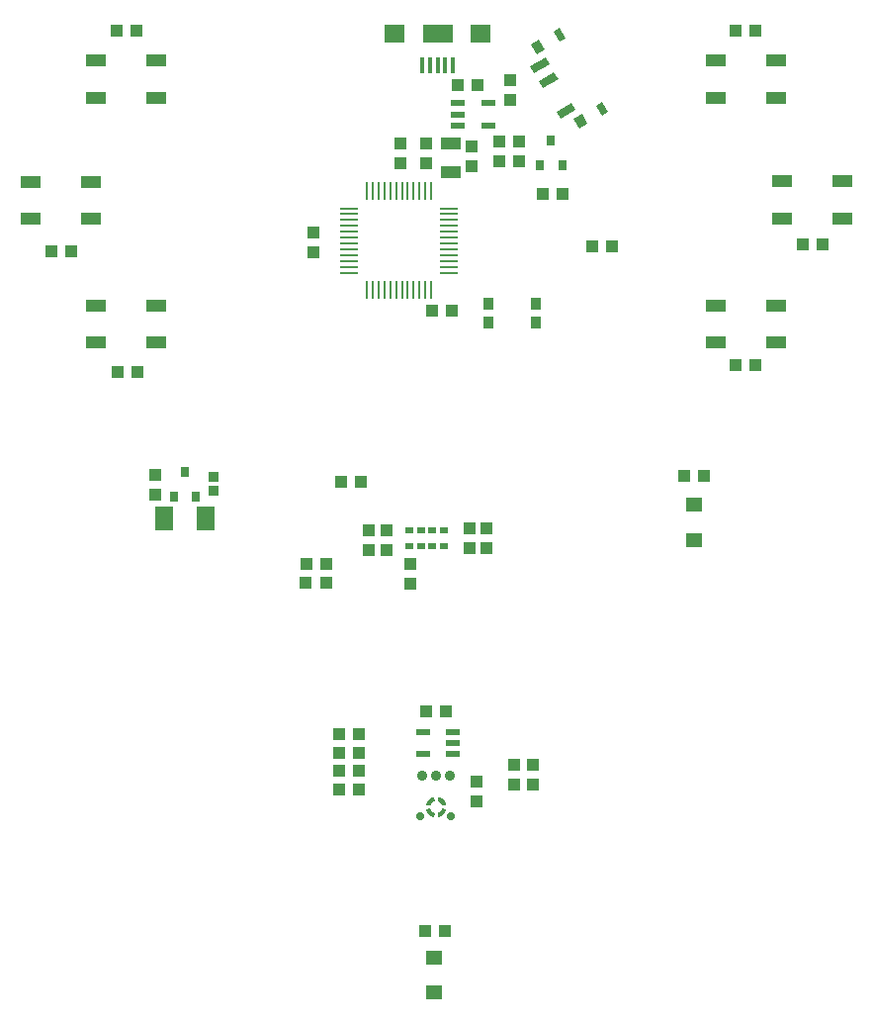
<source format=gbr>
G04 EAGLE Gerber RS-274X export*
G75*
%MOMM*%
%FSLAX34Y34*%
%LPD*%
%INSolderpaste Top*%
%IPPOS*%
%AMOC8*
5,1,8,0,0,1.08239X$1,22.5*%
G01*
%ADD10R,1.100000X1.000000*%
%ADD11R,1.000000X1.100000*%
%ADD12R,0.400000X1.400000*%
%ADD13R,1.800000X1.500000*%
%ADD14R,1.500000X0.700000*%
%ADD15R,2.500000X1.500000*%
%ADD16R,0.900000X1.000000*%
%ADD17R,0.280000X1.500000*%
%ADD18R,1.500000X0.280000*%
%ADD19R,1.200000X0.550000*%
%ADD20R,0.720000X0.600000*%
%ADD21R,1.800000X1.000000*%
%ADD22R,1.651000X1.000000*%
%ADD23R,0.900000X0.850000*%
%ADD24C,0.030000*%
%ADD25C,0.700000*%
%ADD26C,0.900000*%
%ADD27R,1.400000X1.200000*%
%ADD28R,0.700000X1.500000*%
%ADD29R,1.000000X0.600000*%
%ADD30R,1.000000X0.800000*%
%ADD31R,0.800000X0.900000*%
%ADD32R,1.500000X2.100000*%


D10*
X502675Y735013D03*
X519675Y735013D03*
D11*
X534883Y532178D03*
X534883Y549178D03*
D10*
X597925Y835025D03*
X614925Y835025D03*
D11*
X476250Y861450D03*
X476250Y878450D03*
X401638Y802547D03*
X401638Y785547D03*
X536512Y875593D03*
X536512Y858593D03*
X498094Y861768D03*
X498094Y878768D03*
D10*
X524900Y928688D03*
X541900Y928688D03*
D12*
X507802Y945490D03*
X514302Y945490D03*
X520802Y945490D03*
X501302Y945490D03*
X494802Y945490D03*
D13*
X544642Y972490D03*
D14*
X507802Y972490D03*
D13*
X470962Y972490D03*
X544602Y972490D03*
X471002Y972490D03*
D15*
X507802Y972490D03*
D10*
X640407Y790385D03*
X657407Y790385D03*
D11*
X549629Y548834D03*
X549629Y531834D03*
D16*
X591873Y741044D03*
X591873Y725044D03*
X550873Y725044D03*
X550873Y741044D03*
D17*
X502163Y837838D03*
X497163Y837838D03*
X492163Y837838D03*
X487163Y837838D03*
X482163Y837838D03*
X477163Y837838D03*
X472163Y837838D03*
X467163Y837838D03*
X462163Y837838D03*
X457163Y837838D03*
X452163Y837838D03*
X447163Y837838D03*
D18*
X432163Y822838D03*
X432163Y817838D03*
X432163Y812838D03*
X432163Y807838D03*
X432163Y802838D03*
X432163Y797838D03*
X432163Y792838D03*
X432163Y787838D03*
X432163Y782838D03*
X432163Y777838D03*
X432163Y772838D03*
X432163Y767838D03*
D17*
X447163Y752838D03*
X452163Y752838D03*
X457163Y752838D03*
X462163Y752838D03*
X467163Y752838D03*
X472163Y752838D03*
X477163Y752838D03*
X482163Y752838D03*
X487163Y752838D03*
X492163Y752838D03*
X497163Y752838D03*
X502163Y752838D03*
D18*
X517163Y767838D03*
X517163Y772838D03*
X517163Y777838D03*
X517163Y782838D03*
X517163Y787838D03*
X517163Y792838D03*
X517163Y797838D03*
X517163Y802838D03*
X517163Y807838D03*
X517163Y812838D03*
X517163Y817838D03*
X517163Y822838D03*
D19*
X525162Y912788D03*
X525162Y903288D03*
X525162Y893788D03*
X551164Y893788D03*
X551164Y912788D03*
D20*
X483821Y547678D03*
X493521Y547678D03*
X503221Y547678D03*
X512921Y547678D03*
X512921Y533678D03*
X503221Y533678D03*
X493521Y533678D03*
X483821Y533678D03*
D21*
X519176Y878640D03*
X519176Y853640D03*
D22*
X215533Y949280D03*
X267073Y949280D03*
X267073Y917280D03*
X215533Y917280D03*
X159053Y845643D03*
X210593Y845643D03*
X210593Y813643D03*
X159053Y813643D03*
X215530Y739900D03*
X267070Y739900D03*
X267070Y707900D03*
X215530Y707900D03*
D23*
X315827Y592861D03*
X315827Y581261D03*
D19*
X521001Y355625D03*
X521001Y365125D03*
X521001Y374625D03*
X494999Y374625D03*
X494999Y355625D03*
D10*
X440300Y341313D03*
X423300Y341313D03*
X423300Y357188D03*
X440300Y357188D03*
D11*
X573088Y329638D03*
X573088Y346638D03*
D10*
X423300Y325438D03*
X440300Y325438D03*
X497913Y392113D03*
X514913Y392113D03*
D11*
X541338Y315350D03*
X541338Y332350D03*
D24*
X503712Y318880D02*
X504492Y316295D01*
X504348Y316246D01*
X504206Y316193D01*
X504065Y316136D01*
X503926Y316076D01*
X503788Y316012D01*
X503652Y315945D01*
X503517Y315875D01*
X503385Y315801D01*
X503254Y315723D01*
X503126Y315642D01*
X502999Y315558D01*
X502875Y315471D01*
X502753Y315381D01*
X502633Y315287D01*
X502516Y315191D01*
X502401Y315092D01*
X502289Y314989D01*
X502180Y314884D01*
X502073Y314776D01*
X501969Y314666D01*
X501868Y314552D01*
X501769Y314437D01*
X501674Y314318D01*
X501582Y314198D01*
X501493Y314075D01*
X501407Y313950D01*
X501324Y313822D01*
X501245Y313693D01*
X501169Y313562D01*
X501096Y313428D01*
X501027Y313293D01*
X500961Y313156D01*
X500898Y313018D01*
X500840Y312878D01*
X500784Y312737D01*
X500733Y312594D01*
X500685Y312450D01*
X498092Y313203D01*
X498156Y313401D01*
X498224Y313597D01*
X498297Y313791D01*
X498375Y313984D01*
X498457Y314174D01*
X498544Y314363D01*
X498636Y314549D01*
X498732Y314733D01*
X498832Y314915D01*
X498937Y315094D01*
X499046Y315271D01*
X499159Y315445D01*
X499276Y315616D01*
X499397Y315785D01*
X499523Y315950D01*
X499652Y316113D01*
X499785Y316272D01*
X499922Y316428D01*
X500063Y316581D01*
X500207Y316730D01*
X500355Y316876D01*
X500506Y317018D01*
X500661Y317156D01*
X500819Y317291D01*
X500980Y317422D01*
X501144Y317549D01*
X501311Y317672D01*
X501481Y317791D01*
X501654Y317906D01*
X501830Y318017D01*
X502008Y318123D01*
X502189Y318225D01*
X502372Y318323D01*
X502557Y318416D01*
X502745Y318505D01*
X502935Y318590D01*
X503126Y318669D01*
X503320Y318745D01*
X503515Y318815D01*
X503712Y318881D01*
X503794Y318609D01*
X503604Y318545D01*
X503415Y318477D01*
X503228Y318404D01*
X503043Y318327D01*
X502860Y318246D01*
X502679Y318160D01*
X502500Y318070D01*
X502323Y317975D01*
X502148Y317876D01*
X501976Y317773D01*
X501807Y317666D01*
X501640Y317555D01*
X501475Y317440D01*
X501314Y317322D01*
X501155Y317199D01*
X501000Y317072D01*
X500847Y316942D01*
X500698Y316808D01*
X500552Y316671D01*
X500409Y316530D01*
X500269Y316386D01*
X500134Y316238D01*
X500001Y316088D01*
X499873Y315934D01*
X499748Y315777D01*
X499627Y315617D01*
X499509Y315455D01*
X499396Y315289D01*
X499287Y315121D01*
X499182Y314950D01*
X499080Y314777D01*
X498983Y314602D01*
X498891Y314424D01*
X498802Y314244D01*
X498718Y314062D01*
X498639Y313878D01*
X498563Y313692D01*
X498493Y313504D01*
X498426Y313315D01*
X498365Y313124D01*
X498637Y313045D01*
X498697Y313229D01*
X498761Y313411D01*
X498829Y313592D01*
X498902Y313772D01*
X498979Y313949D01*
X499060Y314125D01*
X499146Y314298D01*
X499235Y314470D01*
X499329Y314639D01*
X499426Y314806D01*
X499528Y314971D01*
X499633Y315133D01*
X499743Y315293D01*
X499856Y315450D01*
X499973Y315604D01*
X500093Y315755D01*
X500217Y315904D01*
X500345Y316049D01*
X500476Y316191D01*
X500611Y316330D01*
X500748Y316466D01*
X500889Y316599D01*
X501033Y316728D01*
X501181Y316853D01*
X501331Y316976D01*
X501484Y317094D01*
X501639Y317209D01*
X501798Y317320D01*
X501959Y317427D01*
X502123Y317530D01*
X502289Y317629D01*
X502457Y317725D01*
X502628Y317816D01*
X502800Y317903D01*
X502975Y317986D01*
X503152Y318065D01*
X503330Y318139D01*
X503511Y318210D01*
X503693Y318275D01*
X503876Y318337D01*
X503958Y318065D01*
X503777Y318004D01*
X503597Y317939D01*
X503419Y317869D01*
X503243Y317795D01*
X503069Y317716D01*
X502896Y317634D01*
X502726Y317547D01*
X502558Y317456D01*
X502392Y317361D01*
X502228Y317262D01*
X502067Y317158D01*
X501909Y317051D01*
X501753Y316940D01*
X501600Y316826D01*
X501450Y316707D01*
X501303Y316585D01*
X501159Y316460D01*
X501018Y316331D01*
X500880Y316198D01*
X500746Y316062D01*
X500615Y315923D01*
X500487Y315781D01*
X500363Y315635D01*
X500242Y315487D01*
X500125Y315336D01*
X500012Y315182D01*
X499903Y315025D01*
X499797Y314865D01*
X499696Y314703D01*
X499598Y314539D01*
X499505Y314372D01*
X499416Y314203D01*
X499331Y314032D01*
X499250Y313859D01*
X499173Y313683D01*
X499101Y313506D01*
X499033Y313328D01*
X498969Y313147D01*
X498910Y312966D01*
X499183Y312886D01*
X499240Y313061D01*
X499301Y313235D01*
X499367Y313406D01*
X499436Y313577D01*
X499510Y313745D01*
X499588Y313912D01*
X499670Y314076D01*
X499756Y314239D01*
X499846Y314399D01*
X499940Y314558D01*
X500038Y314714D01*
X500139Y314867D01*
X500244Y315018D01*
X500353Y315166D01*
X500466Y315312D01*
X500582Y315454D01*
X500701Y315594D01*
X500824Y315731D01*
X500950Y315865D01*
X501079Y315996D01*
X501212Y316123D01*
X501348Y316247D01*
X501486Y316368D01*
X501628Y316486D01*
X501772Y316600D01*
X501919Y316710D01*
X502069Y316817D01*
X502222Y316920D01*
X502376Y317019D01*
X502534Y317115D01*
X502693Y317206D01*
X502855Y317294D01*
X503019Y317377D01*
X503185Y317457D01*
X503352Y317533D01*
X503522Y317604D01*
X503693Y317671D01*
X503866Y317734D01*
X504040Y317793D01*
X504122Y317521D01*
X503955Y317465D01*
X503789Y317404D01*
X503624Y317339D01*
X503462Y317270D01*
X503300Y317198D01*
X503141Y317121D01*
X502984Y317041D01*
X502829Y316957D01*
X502675Y316868D01*
X502524Y316777D01*
X502376Y316681D01*
X502229Y316582D01*
X502085Y316480D01*
X501944Y316374D01*
X501805Y316264D01*
X501669Y316151D01*
X501536Y316035D01*
X501406Y315916D01*
X501279Y315793D01*
X501154Y315668D01*
X501033Y315539D01*
X500915Y315408D01*
X500800Y315273D01*
X500689Y315136D01*
X500581Y314996D01*
X500476Y314854D01*
X500375Y314709D01*
X500278Y314562D01*
X500184Y314412D01*
X500094Y314260D01*
X500007Y314106D01*
X499924Y313950D01*
X499846Y313792D01*
X499771Y313632D01*
X499700Y313470D01*
X499632Y313307D01*
X499569Y313142D01*
X499510Y312975D01*
X499456Y312807D01*
X499728Y312728D01*
X499781Y312889D01*
X499838Y313048D01*
X499898Y313207D01*
X499963Y313363D01*
X500031Y313519D01*
X500103Y313672D01*
X500179Y313824D01*
X500258Y313973D01*
X500341Y314121D01*
X500428Y314267D01*
X500518Y314410D01*
X500611Y314551D01*
X500708Y314690D01*
X500809Y314827D01*
X500912Y314961D01*
X501019Y315092D01*
X501129Y315221D01*
X501243Y315347D01*
X501359Y315471D01*
X501478Y315591D01*
X501600Y315708D01*
X501725Y315823D01*
X501853Y315934D01*
X501983Y316043D01*
X502116Y316148D01*
X502252Y316249D01*
X502390Y316348D01*
X502530Y316443D01*
X502672Y316534D01*
X502817Y316622D01*
X502964Y316707D01*
X503113Y316788D01*
X503264Y316865D01*
X503416Y316939D01*
X503571Y317008D01*
X503727Y317074D01*
X503885Y317136D01*
X504044Y317195D01*
X504204Y317249D01*
X504286Y316977D01*
X504133Y316925D01*
X503980Y316869D01*
X503830Y316809D01*
X503680Y316746D01*
X503532Y316679D01*
X503386Y316609D01*
X503242Y316535D01*
X503099Y316457D01*
X502959Y316376D01*
X502820Y316292D01*
X502684Y316204D01*
X502550Y316113D01*
X502418Y316019D01*
X502288Y315922D01*
X502161Y315821D01*
X502036Y315717D01*
X501914Y315611D01*
X501794Y315501D01*
X501677Y315389D01*
X501563Y315273D01*
X501452Y315155D01*
X501343Y315035D01*
X501238Y314911D01*
X501136Y314786D01*
X501036Y314657D01*
X500940Y314527D01*
X500847Y314394D01*
X500758Y314258D01*
X500672Y314121D01*
X500589Y313982D01*
X500509Y313840D01*
X500433Y313697D01*
X500360Y313552D01*
X500291Y313405D01*
X500226Y313257D01*
X500164Y313107D01*
X500106Y312955D01*
X500052Y312803D01*
X500001Y312648D01*
X500274Y312569D01*
X500324Y312720D01*
X500377Y312870D01*
X500435Y313018D01*
X500496Y313165D01*
X500560Y313310D01*
X500629Y313454D01*
X500700Y313596D01*
X500776Y313736D01*
X500855Y313874D01*
X500937Y314010D01*
X501022Y314144D01*
X501111Y314276D01*
X501203Y314406D01*
X501299Y314533D01*
X501397Y314658D01*
X501499Y314780D01*
X501604Y314900D01*
X501711Y315017D01*
X501822Y315132D01*
X501935Y315243D01*
X502051Y315352D01*
X502170Y315458D01*
X502291Y315561D01*
X502415Y315660D01*
X502541Y315757D01*
X502670Y315851D01*
X502801Y315941D01*
X502934Y316028D01*
X503069Y316111D01*
X503207Y316192D01*
X503346Y316268D01*
X503487Y316342D01*
X503630Y316411D01*
X503775Y316477D01*
X503921Y316540D01*
X504069Y316599D01*
X504218Y316654D01*
X504368Y316705D01*
X504450Y316433D01*
X504307Y316384D01*
X504165Y316331D01*
X504024Y316275D01*
X503885Y316216D01*
X503747Y316152D01*
X503611Y316086D01*
X503476Y316016D01*
X503343Y315943D01*
X503212Y315866D01*
X503084Y315786D01*
X502957Y315703D01*
X502832Y315617D01*
X502709Y315528D01*
X502589Y315436D01*
X502471Y315341D01*
X502355Y315243D01*
X502242Y315142D01*
X502131Y315038D01*
X502023Y314932D01*
X501918Y314823D01*
X501816Y314711D01*
X501716Y314597D01*
X501619Y314480D01*
X501525Y314361D01*
X501434Y314240D01*
X501346Y314117D01*
X501261Y313991D01*
X501180Y313863D01*
X501101Y313733D01*
X501026Y313602D01*
X500954Y313468D01*
X500886Y313333D01*
X500820Y313196D01*
X500759Y313058D01*
X500700Y312918D01*
X500646Y312776D01*
X500594Y312634D01*
X500547Y312490D01*
X514142Y313215D02*
X511557Y312435D01*
X511508Y312579D01*
X511455Y312721D01*
X511398Y312862D01*
X511338Y313001D01*
X511274Y313139D01*
X511207Y313275D01*
X511137Y313410D01*
X511063Y313542D01*
X510985Y313673D01*
X510904Y313801D01*
X510820Y313928D01*
X510733Y314052D01*
X510643Y314174D01*
X510549Y314294D01*
X510453Y314411D01*
X510354Y314526D01*
X510251Y314638D01*
X510146Y314747D01*
X510038Y314854D01*
X509928Y314958D01*
X509814Y315059D01*
X509699Y315158D01*
X509580Y315253D01*
X509460Y315345D01*
X509337Y315434D01*
X509212Y315520D01*
X509084Y315603D01*
X508955Y315682D01*
X508824Y315758D01*
X508690Y315831D01*
X508555Y315900D01*
X508418Y315966D01*
X508280Y316029D01*
X508140Y316087D01*
X507999Y316143D01*
X507856Y316194D01*
X507712Y316242D01*
X508465Y318835D01*
X508663Y318771D01*
X508859Y318703D01*
X509053Y318630D01*
X509246Y318552D01*
X509436Y318470D01*
X509625Y318383D01*
X509811Y318291D01*
X509995Y318195D01*
X510177Y318095D01*
X510356Y317990D01*
X510533Y317881D01*
X510707Y317768D01*
X510878Y317651D01*
X511047Y317530D01*
X511212Y317404D01*
X511375Y317275D01*
X511534Y317142D01*
X511690Y317005D01*
X511843Y316864D01*
X511992Y316720D01*
X512138Y316572D01*
X512280Y316421D01*
X512418Y316266D01*
X512553Y316108D01*
X512684Y315947D01*
X512811Y315783D01*
X512934Y315616D01*
X513053Y315446D01*
X513168Y315273D01*
X513279Y315097D01*
X513385Y314919D01*
X513487Y314738D01*
X513585Y314555D01*
X513678Y314370D01*
X513767Y314182D01*
X513852Y313992D01*
X513931Y313801D01*
X514007Y313607D01*
X514077Y313412D01*
X514143Y313215D01*
X513871Y313133D01*
X513807Y313323D01*
X513739Y313512D01*
X513666Y313699D01*
X513589Y313884D01*
X513508Y314067D01*
X513422Y314248D01*
X513332Y314427D01*
X513237Y314604D01*
X513138Y314779D01*
X513035Y314951D01*
X512928Y315120D01*
X512817Y315287D01*
X512702Y315452D01*
X512584Y315613D01*
X512461Y315772D01*
X512334Y315927D01*
X512204Y316080D01*
X512070Y316229D01*
X511933Y316375D01*
X511792Y316518D01*
X511648Y316658D01*
X511500Y316793D01*
X511350Y316926D01*
X511196Y317054D01*
X511039Y317179D01*
X510879Y317300D01*
X510717Y317418D01*
X510551Y317531D01*
X510383Y317640D01*
X510212Y317745D01*
X510039Y317847D01*
X509864Y317944D01*
X509686Y318036D01*
X509506Y318125D01*
X509324Y318209D01*
X509140Y318288D01*
X508954Y318364D01*
X508766Y318434D01*
X508577Y318501D01*
X508386Y318562D01*
X508307Y318290D01*
X508491Y318230D01*
X508673Y318166D01*
X508854Y318098D01*
X509034Y318025D01*
X509211Y317948D01*
X509387Y317867D01*
X509560Y317781D01*
X509732Y317692D01*
X509901Y317598D01*
X510068Y317501D01*
X510233Y317399D01*
X510395Y317294D01*
X510555Y317184D01*
X510712Y317071D01*
X510866Y316954D01*
X511017Y316834D01*
X511166Y316710D01*
X511311Y316582D01*
X511453Y316451D01*
X511592Y316316D01*
X511728Y316179D01*
X511861Y316038D01*
X511990Y315894D01*
X512115Y315746D01*
X512238Y315596D01*
X512356Y315443D01*
X512471Y315288D01*
X512582Y315129D01*
X512689Y314968D01*
X512792Y314804D01*
X512891Y314638D01*
X512987Y314470D01*
X513078Y314299D01*
X513165Y314127D01*
X513248Y313952D01*
X513327Y313775D01*
X513401Y313597D01*
X513472Y313416D01*
X513537Y313234D01*
X513599Y313051D01*
X513327Y312969D01*
X513266Y313150D01*
X513201Y313330D01*
X513131Y313508D01*
X513057Y313684D01*
X512978Y313858D01*
X512896Y314031D01*
X512809Y314201D01*
X512718Y314369D01*
X512623Y314535D01*
X512524Y314699D01*
X512420Y314860D01*
X512313Y315018D01*
X512202Y315174D01*
X512088Y315327D01*
X511969Y315477D01*
X511847Y315624D01*
X511722Y315768D01*
X511593Y315909D01*
X511460Y316047D01*
X511324Y316181D01*
X511185Y316312D01*
X511043Y316440D01*
X510897Y316564D01*
X510749Y316685D01*
X510598Y316802D01*
X510444Y316915D01*
X510287Y317024D01*
X510127Y317130D01*
X509965Y317231D01*
X509801Y317329D01*
X509634Y317422D01*
X509465Y317511D01*
X509294Y317596D01*
X509121Y317677D01*
X508945Y317754D01*
X508768Y317826D01*
X508590Y317894D01*
X508409Y317958D01*
X508228Y318017D01*
X508148Y317744D01*
X508323Y317687D01*
X508497Y317626D01*
X508668Y317560D01*
X508839Y317491D01*
X509007Y317417D01*
X509174Y317339D01*
X509338Y317257D01*
X509501Y317171D01*
X509661Y317081D01*
X509820Y316987D01*
X509976Y316889D01*
X510129Y316788D01*
X510280Y316683D01*
X510428Y316574D01*
X510574Y316461D01*
X510716Y316345D01*
X510856Y316226D01*
X510993Y316103D01*
X511127Y315977D01*
X511258Y315848D01*
X511385Y315715D01*
X511509Y315579D01*
X511630Y315441D01*
X511748Y315299D01*
X511862Y315155D01*
X511972Y315008D01*
X512079Y314858D01*
X512182Y314705D01*
X512281Y314551D01*
X512377Y314393D01*
X512468Y314234D01*
X512556Y314072D01*
X512639Y313908D01*
X512719Y313742D01*
X512795Y313575D01*
X512866Y313405D01*
X512933Y313234D01*
X512996Y313061D01*
X513055Y312887D01*
X512783Y312805D01*
X512727Y312972D01*
X512666Y313138D01*
X512601Y313303D01*
X512532Y313465D01*
X512460Y313627D01*
X512383Y313786D01*
X512303Y313943D01*
X512219Y314098D01*
X512130Y314252D01*
X512039Y314403D01*
X511943Y314551D01*
X511844Y314698D01*
X511742Y314842D01*
X511636Y314983D01*
X511526Y315122D01*
X511413Y315258D01*
X511297Y315391D01*
X511178Y315521D01*
X511055Y315648D01*
X510930Y315773D01*
X510801Y315894D01*
X510670Y316012D01*
X510535Y316127D01*
X510398Y316238D01*
X510258Y316346D01*
X510116Y316451D01*
X509971Y316552D01*
X509824Y316649D01*
X509674Y316743D01*
X509522Y316833D01*
X509368Y316920D01*
X509212Y317003D01*
X509054Y317081D01*
X508894Y317156D01*
X508732Y317227D01*
X508569Y317295D01*
X508404Y317358D01*
X508237Y317417D01*
X508069Y317471D01*
X507990Y317199D01*
X508151Y317146D01*
X508310Y317089D01*
X508469Y317029D01*
X508625Y316964D01*
X508781Y316896D01*
X508934Y316824D01*
X509086Y316748D01*
X509235Y316669D01*
X509383Y316586D01*
X509529Y316499D01*
X509672Y316409D01*
X509813Y316316D01*
X509952Y316219D01*
X510089Y316118D01*
X510223Y316015D01*
X510354Y315908D01*
X510483Y315798D01*
X510609Y315684D01*
X510733Y315568D01*
X510853Y315449D01*
X510970Y315327D01*
X511085Y315202D01*
X511196Y315074D01*
X511305Y314944D01*
X511410Y314811D01*
X511511Y314675D01*
X511610Y314537D01*
X511705Y314397D01*
X511796Y314255D01*
X511884Y314110D01*
X511969Y313963D01*
X512050Y313814D01*
X512127Y313663D01*
X512201Y313511D01*
X512270Y313356D01*
X512336Y313200D01*
X512398Y313042D01*
X512457Y312883D01*
X512511Y312723D01*
X512239Y312641D01*
X512187Y312794D01*
X512131Y312947D01*
X512071Y313097D01*
X512008Y313247D01*
X511941Y313395D01*
X511871Y313541D01*
X511797Y313685D01*
X511719Y313828D01*
X511638Y313968D01*
X511554Y314107D01*
X511466Y314243D01*
X511375Y314377D01*
X511281Y314509D01*
X511184Y314639D01*
X511083Y314766D01*
X510979Y314891D01*
X510873Y315013D01*
X510763Y315133D01*
X510651Y315250D01*
X510535Y315364D01*
X510417Y315475D01*
X510297Y315584D01*
X510173Y315689D01*
X510048Y315791D01*
X509919Y315891D01*
X509789Y315987D01*
X509656Y316080D01*
X509520Y316169D01*
X509383Y316255D01*
X509244Y316338D01*
X509102Y316418D01*
X508959Y316494D01*
X508814Y316567D01*
X508667Y316636D01*
X508519Y316701D01*
X508369Y316763D01*
X508217Y316821D01*
X508065Y316875D01*
X507910Y316926D01*
X507831Y316653D01*
X507982Y316603D01*
X508132Y316550D01*
X508280Y316492D01*
X508427Y316431D01*
X508572Y316367D01*
X508716Y316298D01*
X508858Y316227D01*
X508998Y316151D01*
X509136Y316072D01*
X509272Y315990D01*
X509406Y315905D01*
X509538Y315816D01*
X509668Y315724D01*
X509795Y315628D01*
X509920Y315530D01*
X510042Y315428D01*
X510162Y315323D01*
X510279Y315216D01*
X510394Y315105D01*
X510505Y314992D01*
X510614Y314876D01*
X510720Y314757D01*
X510823Y314636D01*
X510922Y314512D01*
X511019Y314386D01*
X511113Y314257D01*
X511203Y314126D01*
X511290Y313993D01*
X511373Y313858D01*
X511454Y313720D01*
X511530Y313581D01*
X511604Y313440D01*
X511673Y313297D01*
X511739Y313152D01*
X511802Y313006D01*
X511861Y312858D01*
X511916Y312709D01*
X511967Y312559D01*
X511695Y312477D01*
X511646Y312620D01*
X511593Y312762D01*
X511537Y312903D01*
X511478Y313042D01*
X511414Y313180D01*
X511348Y313316D01*
X511278Y313451D01*
X511205Y313584D01*
X511128Y313715D01*
X511048Y313843D01*
X510965Y313970D01*
X510879Y314095D01*
X510790Y314218D01*
X510698Y314338D01*
X510603Y314456D01*
X510505Y314572D01*
X510404Y314685D01*
X510300Y314796D01*
X510194Y314904D01*
X510085Y315009D01*
X509973Y315111D01*
X509859Y315211D01*
X509742Y315308D01*
X509623Y315402D01*
X509502Y315493D01*
X509379Y315581D01*
X509253Y315666D01*
X509125Y315747D01*
X508995Y315826D01*
X508864Y315901D01*
X508730Y315973D01*
X508595Y316041D01*
X508458Y316107D01*
X508320Y316168D01*
X508180Y316227D01*
X508038Y316281D01*
X507896Y316333D01*
X507752Y316380D01*
X498048Y308450D02*
X500633Y309230D01*
X500682Y309086D01*
X500735Y308944D01*
X500792Y308803D01*
X500852Y308664D01*
X500916Y308526D01*
X500983Y308390D01*
X501053Y308255D01*
X501127Y308123D01*
X501205Y307992D01*
X501286Y307864D01*
X501370Y307737D01*
X501457Y307613D01*
X501547Y307491D01*
X501641Y307371D01*
X501737Y307254D01*
X501836Y307139D01*
X501939Y307027D01*
X502044Y306918D01*
X502152Y306811D01*
X502262Y306707D01*
X502376Y306606D01*
X502491Y306507D01*
X502610Y306412D01*
X502730Y306320D01*
X502853Y306231D01*
X502978Y306145D01*
X503106Y306062D01*
X503235Y305983D01*
X503366Y305907D01*
X503500Y305834D01*
X503635Y305765D01*
X503772Y305699D01*
X503910Y305636D01*
X504050Y305578D01*
X504191Y305522D01*
X504334Y305471D01*
X504478Y305423D01*
X503725Y302830D01*
X503527Y302894D01*
X503331Y302962D01*
X503137Y303035D01*
X502944Y303113D01*
X502754Y303195D01*
X502565Y303282D01*
X502379Y303374D01*
X502195Y303470D01*
X502013Y303570D01*
X501834Y303675D01*
X501657Y303784D01*
X501483Y303897D01*
X501312Y304014D01*
X501143Y304135D01*
X500978Y304261D01*
X500815Y304390D01*
X500656Y304523D01*
X500500Y304660D01*
X500347Y304801D01*
X500198Y304945D01*
X500052Y305093D01*
X499910Y305244D01*
X499772Y305399D01*
X499637Y305557D01*
X499506Y305718D01*
X499379Y305882D01*
X499256Y306049D01*
X499137Y306219D01*
X499022Y306392D01*
X498911Y306568D01*
X498805Y306746D01*
X498703Y306927D01*
X498605Y307110D01*
X498512Y307295D01*
X498423Y307483D01*
X498338Y307673D01*
X498259Y307864D01*
X498183Y308058D01*
X498113Y308253D01*
X498047Y308450D01*
X498319Y308532D01*
X498383Y308342D01*
X498451Y308153D01*
X498524Y307966D01*
X498601Y307781D01*
X498682Y307598D01*
X498768Y307417D01*
X498858Y307238D01*
X498953Y307061D01*
X499052Y306886D01*
X499155Y306714D01*
X499262Y306545D01*
X499373Y306378D01*
X499488Y306213D01*
X499606Y306052D01*
X499729Y305893D01*
X499856Y305738D01*
X499986Y305585D01*
X500120Y305436D01*
X500257Y305290D01*
X500398Y305147D01*
X500542Y305007D01*
X500690Y304872D01*
X500840Y304739D01*
X500994Y304611D01*
X501151Y304486D01*
X501311Y304365D01*
X501473Y304247D01*
X501639Y304134D01*
X501807Y304025D01*
X501978Y303920D01*
X502151Y303818D01*
X502326Y303721D01*
X502504Y303629D01*
X502684Y303540D01*
X502866Y303456D01*
X503050Y303377D01*
X503236Y303301D01*
X503424Y303231D01*
X503613Y303164D01*
X503804Y303103D01*
X503883Y303375D01*
X503699Y303435D01*
X503517Y303499D01*
X503336Y303567D01*
X503156Y303640D01*
X502979Y303717D01*
X502803Y303798D01*
X502630Y303884D01*
X502458Y303973D01*
X502289Y304067D01*
X502122Y304164D01*
X501957Y304266D01*
X501795Y304371D01*
X501635Y304481D01*
X501478Y304594D01*
X501324Y304711D01*
X501173Y304831D01*
X501024Y304955D01*
X500879Y305083D01*
X500737Y305214D01*
X500598Y305349D01*
X500462Y305486D01*
X500329Y305627D01*
X500200Y305771D01*
X500075Y305919D01*
X499952Y306069D01*
X499834Y306222D01*
X499719Y306377D01*
X499608Y306536D01*
X499501Y306697D01*
X499398Y306861D01*
X499299Y307027D01*
X499203Y307195D01*
X499112Y307366D01*
X499025Y307538D01*
X498942Y307713D01*
X498863Y307890D01*
X498789Y308068D01*
X498718Y308249D01*
X498653Y308431D01*
X498591Y308614D01*
X498863Y308696D01*
X498924Y308515D01*
X498989Y308335D01*
X499059Y308157D01*
X499133Y307981D01*
X499212Y307807D01*
X499294Y307634D01*
X499381Y307464D01*
X499472Y307296D01*
X499567Y307130D01*
X499666Y306966D01*
X499770Y306805D01*
X499877Y306647D01*
X499988Y306491D01*
X500102Y306338D01*
X500221Y306188D01*
X500343Y306041D01*
X500468Y305897D01*
X500597Y305756D01*
X500730Y305618D01*
X500866Y305484D01*
X501005Y305353D01*
X501147Y305225D01*
X501293Y305101D01*
X501441Y304980D01*
X501592Y304863D01*
X501746Y304750D01*
X501903Y304641D01*
X502063Y304535D01*
X502225Y304434D01*
X502389Y304336D01*
X502556Y304243D01*
X502725Y304154D01*
X502896Y304069D01*
X503069Y303988D01*
X503245Y303911D01*
X503422Y303839D01*
X503600Y303771D01*
X503781Y303707D01*
X503962Y303648D01*
X504042Y303921D01*
X503867Y303978D01*
X503693Y304039D01*
X503522Y304105D01*
X503351Y304174D01*
X503183Y304248D01*
X503016Y304326D01*
X502852Y304408D01*
X502689Y304494D01*
X502529Y304584D01*
X502370Y304678D01*
X502214Y304776D01*
X502061Y304877D01*
X501910Y304982D01*
X501762Y305091D01*
X501616Y305204D01*
X501474Y305320D01*
X501334Y305439D01*
X501197Y305562D01*
X501063Y305688D01*
X500932Y305817D01*
X500805Y305950D01*
X500681Y306086D01*
X500560Y306224D01*
X500442Y306366D01*
X500328Y306510D01*
X500218Y306657D01*
X500111Y306807D01*
X500008Y306960D01*
X499909Y307114D01*
X499813Y307272D01*
X499722Y307431D01*
X499634Y307593D01*
X499551Y307757D01*
X499471Y307923D01*
X499395Y308090D01*
X499324Y308260D01*
X499257Y308431D01*
X499194Y308604D01*
X499135Y308778D01*
X499407Y308860D01*
X499463Y308693D01*
X499524Y308527D01*
X499589Y308362D01*
X499658Y308200D01*
X499730Y308038D01*
X499807Y307879D01*
X499887Y307722D01*
X499971Y307567D01*
X500060Y307413D01*
X500151Y307262D01*
X500247Y307114D01*
X500346Y306967D01*
X500448Y306823D01*
X500554Y306682D01*
X500664Y306543D01*
X500777Y306407D01*
X500893Y306274D01*
X501012Y306144D01*
X501135Y306017D01*
X501260Y305892D01*
X501389Y305771D01*
X501520Y305653D01*
X501655Y305538D01*
X501792Y305427D01*
X501932Y305319D01*
X502074Y305214D01*
X502219Y305113D01*
X502366Y305016D01*
X502516Y304922D01*
X502668Y304832D01*
X502822Y304745D01*
X502978Y304662D01*
X503136Y304584D01*
X503296Y304509D01*
X503458Y304438D01*
X503621Y304370D01*
X503786Y304307D01*
X503953Y304248D01*
X504121Y304194D01*
X504200Y304466D01*
X504039Y304519D01*
X503880Y304576D01*
X503721Y304636D01*
X503565Y304701D01*
X503409Y304769D01*
X503256Y304841D01*
X503104Y304917D01*
X502955Y304996D01*
X502807Y305079D01*
X502661Y305166D01*
X502518Y305256D01*
X502377Y305349D01*
X502238Y305446D01*
X502101Y305547D01*
X501967Y305650D01*
X501836Y305757D01*
X501707Y305867D01*
X501581Y305981D01*
X501457Y306097D01*
X501337Y306216D01*
X501220Y306338D01*
X501105Y306463D01*
X500994Y306591D01*
X500885Y306721D01*
X500780Y306854D01*
X500679Y306990D01*
X500580Y307128D01*
X500485Y307268D01*
X500394Y307410D01*
X500306Y307555D01*
X500221Y307702D01*
X500140Y307851D01*
X500063Y308002D01*
X499989Y308154D01*
X499920Y308309D01*
X499854Y308465D01*
X499792Y308623D01*
X499733Y308782D01*
X499679Y308942D01*
X499951Y309024D01*
X500003Y308871D01*
X500059Y308718D01*
X500119Y308568D01*
X500182Y308418D01*
X500249Y308270D01*
X500319Y308124D01*
X500393Y307980D01*
X500471Y307837D01*
X500552Y307697D01*
X500636Y307558D01*
X500724Y307422D01*
X500815Y307288D01*
X500909Y307156D01*
X501006Y307026D01*
X501107Y306899D01*
X501211Y306774D01*
X501317Y306652D01*
X501427Y306532D01*
X501539Y306415D01*
X501655Y306301D01*
X501773Y306190D01*
X501893Y306081D01*
X502017Y305976D01*
X502142Y305874D01*
X502271Y305774D01*
X502401Y305678D01*
X502534Y305585D01*
X502670Y305496D01*
X502807Y305410D01*
X502946Y305327D01*
X503088Y305247D01*
X503231Y305171D01*
X503376Y305098D01*
X503523Y305029D01*
X503671Y304964D01*
X503821Y304902D01*
X503973Y304844D01*
X504125Y304790D01*
X504280Y304739D01*
X504359Y305012D01*
X504208Y305062D01*
X504058Y305115D01*
X503910Y305173D01*
X503763Y305234D01*
X503618Y305298D01*
X503474Y305367D01*
X503332Y305438D01*
X503192Y305514D01*
X503054Y305593D01*
X502918Y305675D01*
X502784Y305760D01*
X502652Y305849D01*
X502522Y305941D01*
X502395Y306037D01*
X502270Y306135D01*
X502148Y306237D01*
X502028Y306342D01*
X501911Y306449D01*
X501796Y306560D01*
X501685Y306673D01*
X501576Y306789D01*
X501470Y306908D01*
X501367Y307029D01*
X501268Y307153D01*
X501171Y307279D01*
X501077Y307408D01*
X500987Y307539D01*
X500900Y307672D01*
X500817Y307807D01*
X500736Y307945D01*
X500660Y308084D01*
X500586Y308225D01*
X500517Y308368D01*
X500451Y308513D01*
X500388Y308659D01*
X500329Y308807D01*
X500274Y308956D01*
X500223Y309106D01*
X500495Y309188D01*
X500544Y309045D01*
X500597Y308903D01*
X500653Y308762D01*
X500712Y308623D01*
X500776Y308485D01*
X500842Y308349D01*
X500912Y308214D01*
X500985Y308081D01*
X501062Y307950D01*
X501142Y307822D01*
X501225Y307695D01*
X501311Y307570D01*
X501400Y307447D01*
X501492Y307327D01*
X501587Y307209D01*
X501685Y307093D01*
X501786Y306980D01*
X501890Y306869D01*
X501996Y306761D01*
X502105Y306656D01*
X502217Y306554D01*
X502331Y306454D01*
X502448Y306357D01*
X502567Y306263D01*
X502688Y306172D01*
X502811Y306084D01*
X502937Y305999D01*
X503065Y305918D01*
X503195Y305839D01*
X503326Y305764D01*
X503460Y305692D01*
X503595Y305624D01*
X503732Y305558D01*
X503870Y305497D01*
X504010Y305438D01*
X504152Y305384D01*
X504294Y305332D01*
X504438Y305285D01*
X508478Y302785D02*
X507698Y305370D01*
X507842Y305419D01*
X507984Y305472D01*
X508125Y305529D01*
X508264Y305589D01*
X508402Y305653D01*
X508538Y305720D01*
X508673Y305790D01*
X508805Y305864D01*
X508936Y305942D01*
X509064Y306023D01*
X509191Y306107D01*
X509315Y306194D01*
X509437Y306284D01*
X509557Y306378D01*
X509674Y306474D01*
X509789Y306573D01*
X509901Y306676D01*
X510010Y306781D01*
X510117Y306889D01*
X510221Y306999D01*
X510322Y307113D01*
X510421Y307228D01*
X510516Y307347D01*
X510608Y307467D01*
X510697Y307590D01*
X510783Y307715D01*
X510866Y307843D01*
X510945Y307972D01*
X511021Y308103D01*
X511094Y308237D01*
X511163Y308372D01*
X511229Y308509D01*
X511292Y308647D01*
X511350Y308787D01*
X511406Y308928D01*
X511457Y309071D01*
X511505Y309215D01*
X514098Y308462D01*
X514034Y308264D01*
X513966Y308068D01*
X513893Y307874D01*
X513815Y307681D01*
X513733Y307491D01*
X513646Y307302D01*
X513554Y307116D01*
X513458Y306932D01*
X513358Y306750D01*
X513253Y306571D01*
X513144Y306394D01*
X513031Y306220D01*
X512914Y306049D01*
X512793Y305880D01*
X512667Y305715D01*
X512538Y305552D01*
X512405Y305393D01*
X512268Y305237D01*
X512127Y305084D01*
X511983Y304935D01*
X511835Y304789D01*
X511684Y304647D01*
X511529Y304509D01*
X511371Y304374D01*
X511210Y304243D01*
X511046Y304116D01*
X510879Y303993D01*
X510709Y303874D01*
X510536Y303759D01*
X510360Y303648D01*
X510182Y303542D01*
X510001Y303440D01*
X509818Y303342D01*
X509633Y303249D01*
X509445Y303160D01*
X509255Y303075D01*
X509064Y302996D01*
X508870Y302920D01*
X508675Y302850D01*
X508478Y302784D01*
X508396Y303056D01*
X508586Y303120D01*
X508775Y303188D01*
X508962Y303261D01*
X509147Y303338D01*
X509330Y303419D01*
X509511Y303505D01*
X509690Y303595D01*
X509867Y303690D01*
X510042Y303789D01*
X510214Y303892D01*
X510383Y303999D01*
X510550Y304110D01*
X510715Y304225D01*
X510876Y304343D01*
X511035Y304466D01*
X511190Y304593D01*
X511343Y304723D01*
X511492Y304857D01*
X511638Y304994D01*
X511781Y305135D01*
X511921Y305279D01*
X512056Y305427D01*
X512189Y305577D01*
X512317Y305731D01*
X512442Y305888D01*
X512563Y306048D01*
X512681Y306210D01*
X512794Y306376D01*
X512903Y306544D01*
X513008Y306715D01*
X513110Y306888D01*
X513207Y307063D01*
X513299Y307241D01*
X513388Y307421D01*
X513472Y307603D01*
X513551Y307787D01*
X513627Y307973D01*
X513697Y308161D01*
X513764Y308350D01*
X513825Y308541D01*
X513553Y308620D01*
X513493Y308436D01*
X513429Y308254D01*
X513361Y308073D01*
X513288Y307893D01*
X513211Y307716D01*
X513130Y307540D01*
X513044Y307367D01*
X512955Y307195D01*
X512861Y307026D01*
X512764Y306859D01*
X512662Y306694D01*
X512557Y306532D01*
X512447Y306372D01*
X512334Y306215D01*
X512217Y306061D01*
X512097Y305910D01*
X511973Y305761D01*
X511845Y305616D01*
X511714Y305474D01*
X511579Y305335D01*
X511442Y305199D01*
X511301Y305066D01*
X511157Y304937D01*
X511009Y304812D01*
X510859Y304689D01*
X510706Y304571D01*
X510551Y304456D01*
X510392Y304345D01*
X510231Y304238D01*
X510067Y304135D01*
X509901Y304036D01*
X509733Y303940D01*
X509562Y303849D01*
X509390Y303762D01*
X509215Y303679D01*
X509038Y303600D01*
X508860Y303526D01*
X508679Y303455D01*
X508497Y303390D01*
X508314Y303328D01*
X508232Y303600D01*
X508413Y303661D01*
X508593Y303726D01*
X508771Y303796D01*
X508947Y303870D01*
X509121Y303949D01*
X509294Y304031D01*
X509464Y304118D01*
X509632Y304209D01*
X509798Y304304D01*
X509962Y304403D01*
X510123Y304507D01*
X510281Y304614D01*
X510437Y304725D01*
X510590Y304839D01*
X510740Y304958D01*
X510887Y305080D01*
X511031Y305205D01*
X511172Y305334D01*
X511310Y305467D01*
X511444Y305603D01*
X511575Y305742D01*
X511703Y305884D01*
X511827Y306030D01*
X511948Y306178D01*
X512065Y306329D01*
X512178Y306483D01*
X512287Y306640D01*
X512393Y306800D01*
X512494Y306962D01*
X512592Y307126D01*
X512685Y307293D01*
X512774Y307462D01*
X512859Y307633D01*
X512940Y307806D01*
X513017Y307982D01*
X513089Y308159D01*
X513157Y308337D01*
X513221Y308518D01*
X513280Y308699D01*
X513007Y308779D01*
X512950Y308604D01*
X512889Y308430D01*
X512823Y308259D01*
X512754Y308088D01*
X512680Y307920D01*
X512602Y307753D01*
X512520Y307589D01*
X512434Y307426D01*
X512344Y307266D01*
X512250Y307107D01*
X512152Y306951D01*
X512051Y306798D01*
X511946Y306647D01*
X511837Y306499D01*
X511724Y306353D01*
X511608Y306211D01*
X511489Y306071D01*
X511366Y305934D01*
X511240Y305800D01*
X511111Y305669D01*
X510978Y305542D01*
X510842Y305418D01*
X510704Y305297D01*
X510562Y305179D01*
X510418Y305065D01*
X510271Y304955D01*
X510121Y304848D01*
X509968Y304745D01*
X509814Y304646D01*
X509656Y304550D01*
X509497Y304459D01*
X509335Y304371D01*
X509171Y304288D01*
X509005Y304208D01*
X508838Y304132D01*
X508668Y304061D01*
X508497Y303994D01*
X508324Y303931D01*
X508150Y303872D01*
X508068Y304144D01*
X508235Y304200D01*
X508401Y304261D01*
X508566Y304326D01*
X508728Y304395D01*
X508890Y304467D01*
X509049Y304544D01*
X509206Y304624D01*
X509361Y304708D01*
X509515Y304797D01*
X509666Y304888D01*
X509814Y304984D01*
X509961Y305083D01*
X510105Y305185D01*
X510246Y305291D01*
X510385Y305401D01*
X510521Y305514D01*
X510654Y305630D01*
X510784Y305749D01*
X510911Y305872D01*
X511036Y305997D01*
X511157Y306126D01*
X511275Y306257D01*
X511390Y306392D01*
X511501Y306529D01*
X511609Y306669D01*
X511714Y306811D01*
X511815Y306956D01*
X511912Y307103D01*
X512006Y307253D01*
X512096Y307405D01*
X512183Y307559D01*
X512266Y307715D01*
X512344Y307873D01*
X512419Y308033D01*
X512490Y308195D01*
X512558Y308358D01*
X512621Y308523D01*
X512680Y308690D01*
X512734Y308858D01*
X512462Y308937D01*
X512409Y308776D01*
X512352Y308617D01*
X512292Y308458D01*
X512227Y308302D01*
X512159Y308146D01*
X512087Y307993D01*
X512011Y307841D01*
X511932Y307692D01*
X511849Y307544D01*
X511762Y307398D01*
X511672Y307255D01*
X511579Y307114D01*
X511482Y306975D01*
X511381Y306838D01*
X511278Y306704D01*
X511171Y306573D01*
X511061Y306444D01*
X510947Y306318D01*
X510831Y306194D01*
X510712Y306074D01*
X510590Y305957D01*
X510465Y305842D01*
X510337Y305731D01*
X510207Y305622D01*
X510074Y305517D01*
X509938Y305416D01*
X509800Y305317D01*
X509660Y305222D01*
X509518Y305131D01*
X509373Y305043D01*
X509226Y304958D01*
X509077Y304877D01*
X508926Y304800D01*
X508774Y304726D01*
X508619Y304657D01*
X508463Y304591D01*
X508305Y304529D01*
X508146Y304470D01*
X507986Y304416D01*
X507904Y304688D01*
X508057Y304740D01*
X508210Y304796D01*
X508360Y304856D01*
X508510Y304919D01*
X508658Y304986D01*
X508804Y305056D01*
X508948Y305130D01*
X509091Y305208D01*
X509231Y305289D01*
X509370Y305373D01*
X509506Y305461D01*
X509640Y305552D01*
X509772Y305646D01*
X509902Y305743D01*
X510029Y305844D01*
X510154Y305948D01*
X510276Y306054D01*
X510396Y306164D01*
X510513Y306276D01*
X510627Y306392D01*
X510738Y306510D01*
X510847Y306630D01*
X510952Y306754D01*
X511054Y306879D01*
X511154Y307008D01*
X511250Y307138D01*
X511343Y307271D01*
X511432Y307407D01*
X511518Y307544D01*
X511601Y307683D01*
X511681Y307825D01*
X511757Y307968D01*
X511830Y308113D01*
X511899Y308260D01*
X511964Y308408D01*
X512026Y308558D01*
X512084Y308710D01*
X512138Y308862D01*
X512189Y309017D01*
X511916Y309096D01*
X511866Y308945D01*
X511813Y308795D01*
X511755Y308647D01*
X511694Y308500D01*
X511630Y308355D01*
X511561Y308211D01*
X511490Y308069D01*
X511414Y307929D01*
X511335Y307791D01*
X511253Y307655D01*
X511168Y307521D01*
X511079Y307389D01*
X510987Y307259D01*
X510891Y307132D01*
X510793Y307007D01*
X510691Y306885D01*
X510586Y306765D01*
X510479Y306648D01*
X510368Y306533D01*
X510255Y306422D01*
X510139Y306313D01*
X510020Y306207D01*
X509899Y306104D01*
X509775Y306005D01*
X509649Y305908D01*
X509520Y305814D01*
X509389Y305724D01*
X509256Y305637D01*
X509121Y305554D01*
X508983Y305473D01*
X508844Y305397D01*
X508703Y305323D01*
X508560Y305254D01*
X508415Y305188D01*
X508269Y305125D01*
X508121Y305066D01*
X507972Y305011D01*
X507822Y304960D01*
X507740Y305232D01*
X507883Y305281D01*
X508025Y305334D01*
X508166Y305390D01*
X508305Y305449D01*
X508443Y305513D01*
X508579Y305579D01*
X508714Y305649D01*
X508847Y305722D01*
X508978Y305799D01*
X509106Y305879D01*
X509233Y305962D01*
X509358Y306048D01*
X509481Y306137D01*
X509601Y306229D01*
X509719Y306324D01*
X509835Y306422D01*
X509948Y306523D01*
X510059Y306627D01*
X510167Y306733D01*
X510272Y306842D01*
X510374Y306954D01*
X510474Y307068D01*
X510571Y307185D01*
X510665Y307304D01*
X510756Y307425D01*
X510844Y307548D01*
X510929Y307674D01*
X511010Y307802D01*
X511089Y307932D01*
X511164Y308063D01*
X511236Y308197D01*
X511304Y308332D01*
X511370Y308469D01*
X511431Y308607D01*
X511490Y308747D01*
X511544Y308889D01*
X511596Y309031D01*
X511643Y309175D01*
D25*
X519095Y302833D03*
D26*
X506095Y337033D03*
X494095Y337033D03*
D25*
X493095Y302833D03*
D26*
X518095Y337033D03*
D11*
X588963Y329638D03*
X588963Y346638D03*
D10*
X440300Y373063D03*
X423300Y373063D03*
D27*
X727075Y539038D03*
X727075Y569038D03*
D10*
X735705Y593715D03*
X718705Y593715D03*
D27*
X504825Y151688D03*
X504825Y181688D03*
D10*
X513747Y204234D03*
X496747Y204234D03*
X177238Y785813D03*
X194238Y785813D03*
X249800Y974725D03*
X232800Y974725D03*
X233369Y682409D03*
X250369Y682409D03*
D11*
X448836Y530324D03*
X448836Y547324D03*
D22*
X797295Y917450D03*
X745755Y917450D03*
X745755Y949450D03*
X797295Y949450D03*
X854569Y814123D03*
X803029Y814123D03*
X803029Y846123D03*
X854569Y846123D03*
X797295Y707900D03*
X745755Y707900D03*
X745755Y739900D03*
X797295Y739900D03*
D10*
X780025Y974725D03*
X763025Y974725D03*
X837175Y792163D03*
X820175Y792163D03*
X780025Y688975D03*
X763025Y688975D03*
D28*
G36*
X599941Y952110D02*
X603441Y946047D01*
X590451Y938548D01*
X586951Y944611D01*
X599941Y952110D01*
G37*
G36*
X607441Y939119D02*
X610941Y933056D01*
X597951Y925557D01*
X594451Y931620D01*
X607441Y939119D01*
G37*
G36*
X622441Y913138D02*
X625941Y907075D01*
X612951Y899576D01*
X609451Y905639D01*
X622441Y913138D01*
G37*
D29*
G36*
X611914Y965373D02*
X606914Y974033D01*
X612110Y977033D01*
X617110Y968373D01*
X611914Y965373D01*
G37*
D30*
G36*
X592861Y954373D02*
X587861Y963033D01*
X594789Y967033D01*
X599789Y958373D01*
X592861Y954373D01*
G37*
D29*
G36*
X648414Y902153D02*
X643414Y910813D01*
X648610Y913813D01*
X653610Y905153D01*
X648414Y902153D01*
G37*
D30*
G36*
X629361Y891153D02*
X624361Y899813D01*
X631289Y903813D01*
X636289Y895153D01*
X629361Y891153D01*
G37*
D31*
X595338Y859950D03*
X614338Y859950D03*
X604838Y880950D03*
D11*
X560388Y880038D03*
X560388Y863038D03*
D31*
X281797Y576189D03*
X300797Y576189D03*
X291297Y597189D03*
D11*
X265794Y577974D03*
X265794Y594974D03*
D32*
X273453Y557486D03*
X309453Y557486D03*
D11*
X577215Y880038D03*
X577215Y863038D03*
X569913Y915425D03*
X569913Y932425D03*
X464114Y547399D03*
X464114Y530399D03*
D10*
X441896Y588771D03*
X424896Y588771D03*
D11*
X483980Y518829D03*
X483980Y501829D03*
D10*
X411980Y502108D03*
X394980Y502108D03*
X412257Y518527D03*
X395257Y518527D03*
M02*

</source>
